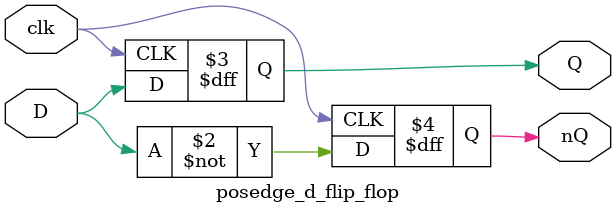
<source format=v>
module posedge_d_flip_flop (
   output reg Q, nQ, input D, clk
);
    always @(posedge clk) begin
        Q<=D;
        nQ<=~D;
    end
endmodule
</source>
